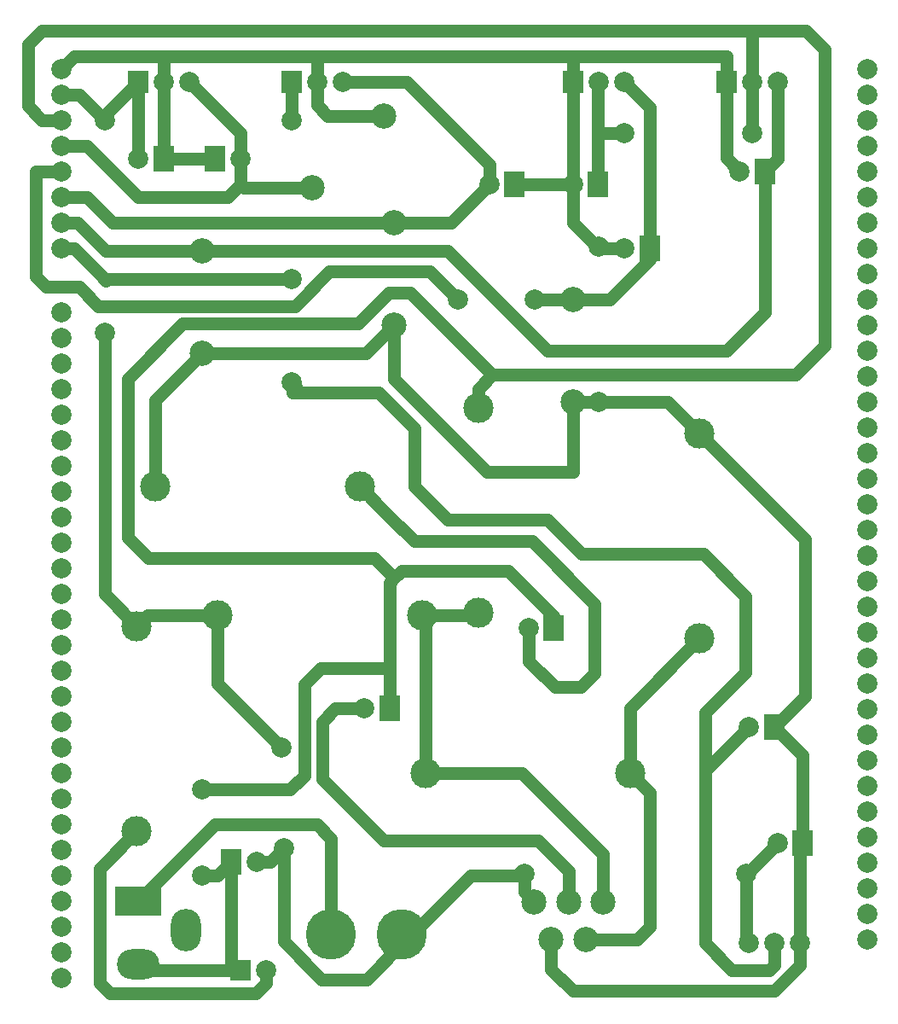
<source format=gbr>
%TF.GenerationSoftware,KiCad,Pcbnew,7.0.5-4d25ed1034~172~ubuntu22.04.1*%
%TF.CreationDate,2023-06-22T18:41:57-03:00*%
%TF.ProjectId,Fonte_tensao_LM675_v03,466f6e74-655f-4746-956e-73616f5f4c4d,v03*%
%TF.SameCoordinates,Original*%
%TF.FileFunction,Copper,L2,Bot*%
%TF.FilePolarity,Positive*%
%FSLAX46Y46*%
G04 Gerber Fmt 4.6, Leading zero omitted, Abs format (unit mm)*
G04 Created by KiCad (PCBNEW 7.0.5-4d25ed1034~172~ubuntu22.04.1) date 2023-06-22 18:41:57*
%MOMM*%
%LPD*%
G01*
G04 APERTURE LIST*
%TA.AperFunction,ComponentPad*%
%ADD10R,4.600000X3.000000*%
%TD*%
%TA.AperFunction,ComponentPad*%
%ADD11O,4.200000X3.000000*%
%TD*%
%TA.AperFunction,ComponentPad*%
%ADD12O,3.000000X4.200000*%
%TD*%
%TA.AperFunction,ComponentPad*%
%ADD13C,2.500000*%
%TD*%
%TA.AperFunction,ComponentPad*%
%ADD14C,2.000000*%
%TD*%
%TA.AperFunction,ComponentPad*%
%ADD15R,2.000000X2.500000*%
%TD*%
%TA.AperFunction,ComponentPad*%
%ADD16C,3.000000*%
%TD*%
%TA.AperFunction,ComponentPad*%
%ADD17R,2.000000X2.300000*%
%TD*%
%TA.AperFunction,ComponentPad*%
%ADD18R,2.000000X2.100000*%
%TD*%
%TA.AperFunction,ViaPad*%
%ADD19C,5.000000*%
%TD*%
%TA.AperFunction,ViaPad*%
%ADD20C,2.000000*%
%TD*%
%TA.AperFunction,Conductor*%
%ADD21C,1.270000*%
%TD*%
G04 APERTURE END LIST*
D10*
%TO.P,J1,1*%
%TO.N,Net-(J1-Pad1)*%
X114300000Y-139700000D03*
D11*
%TO.P,J1,2*%
%TO.N,GND*%
X114300000Y-146000000D03*
D12*
%TO.P,J1,3*%
%TO.N,N/C*%
X119100000Y-142600000D03*
%TD*%
D13*
%TO.P,U3,1,+*%
%TO.N,Net-(U3-+)*%
X160450000Y-139800000D03*
%TO.P,U3,2,-*%
%TO.N,Net-(U3--)*%
X158750000Y-143500000D03*
%TO.P,U3,3,V-*%
%TO.N,Net-(U3-V-)*%
X157050000Y-139800000D03*
%TO.P,U3,4*%
%TO.N,Earth*%
X155350000Y-143500000D03*
%TO.P,U3,5,V+*%
%TO.N,VCC*%
X153650000Y-139800000D03*
%TD*%
D14*
%TO.P,C2,1*%
%TO.N,Earth*%
X157480000Y-68580000D03*
D15*
%TO.P,C2,2*%
%TO.N,GND*%
X159980000Y-68580000D03*
%TD*%
D14*
%TO.P,C6,1*%
%TO.N,Net-(U3-V-)*%
X136800000Y-120600000D03*
D15*
%TO.P,C6,2*%
%TO.N,GND*%
X139300000Y-120600000D03*
%TD*%
D16*
%TO.P,R1,1*%
%TO.N,VCC*%
X114200000Y-112440000D03*
%TO.P,R1,2*%
%TO.N,Net-(D5-A)*%
X114200000Y-132760000D03*
%TD*%
D13*
%TO.P,D2,1,K*%
%TO.N,Earth*%
X157480000Y-90170000D03*
%TO.P,D2,2,A*%
%TO.N,-9V*%
X157480000Y-80010000D03*
%TD*%
D17*
%TO.P,U1,1,IN*%
%TO.N,VCC*%
X114300000Y-58420000D03*
D14*
%TO.P,U1,2,GND*%
%TO.N,Earth*%
X116840000Y-58420000D03*
%TO.P,U1,3,OUT*%
%TO.N,+9V*%
X119380000Y-58420000D03*
%TD*%
D13*
%TO.P,D4,1,K*%
%TO.N,Earth*%
X120650000Y-85344000D03*
%TO.P,D4,2,A*%
%TO.N,-5V*%
X120650000Y-75184000D03*
%TD*%
D14*
%TO.P,C10,1*%
%TO.N,VCC*%
X177800000Y-133985000D03*
D15*
%TO.P,C10,2*%
%TO.N,Earth*%
X180300000Y-133985000D03*
%TD*%
D14*
%TO.P,J3,1,Pin_1*%
%TO.N,SINC*%
X186690000Y-57150000D03*
%TO.P,J3,2,Pin_2*%
%TO.N,SPI_COPI*%
X186690000Y-59690000D03*
%TO.P,J3,3,Pin_3*%
%TO.N,SPI_CIPO*%
X186690000Y-62230000D03*
%TO.P,J3,4,Pin_4*%
%TO.N,SPI_clk*%
X186690000Y-64770000D03*
%TO.P,J3,5,Pin_5*%
%TO.N,CS (AD9833)*%
X186690000Y-67310000D03*
%TO.P,J3,6,Pin_6*%
%TO.N,CS (X9c10x)*%
X186690000Y-69850000D03*
%TO.P,J3,7,Pin_7*%
%TO.N,unconnected-(J3-Pin_7-Pad7)*%
X186690000Y-72390000D03*
%TO.P,J3,8,Pin_8*%
%TO.N,unconnected-(J3-Pin_8-Pad8)*%
X186690000Y-74930000D03*
%TO.P,J3,9,Pin_9*%
%TO.N,unconnected-(J3-Pin_9-Pad9)*%
X186690000Y-77470000D03*
%TO.P,J3,10,Pin_10*%
%TO.N,unconnected-(J3-Pin_10-Pad10)*%
X186690000Y-80010000D03*
%TO.P,J3,11,Pin_11*%
%TO.N,unconnected-(J3-Pin_11-Pad11)*%
X186690000Y-82550000D03*
%TO.P,J3,12,Pin_12*%
%TO.N,unconnected-(J3-Pin_12-Pad12)*%
X186690000Y-85090000D03*
%TO.P,J3,13,Pin_13*%
%TO.N,unconnected-(J3-Pin_13-Pad13)*%
X186690000Y-87630000D03*
%TO.P,J3,14,Pin_14*%
%TO.N,unconnected-(J3-Pin_14-Pad14)*%
X186690000Y-90170000D03*
%TO.P,J3,15,Pin_15*%
%TO.N,unconnected-(J3-Pin_15-Pad15)*%
X186690000Y-92710000D03*
%TO.P,J3,16,Pin_16*%
%TO.N,unconnected-(J3-Pin_16-Pad16)*%
X186690000Y-95250000D03*
%TO.P,J3,17,Pin_17*%
%TO.N,unconnected-(J3-Pin_17-Pad17)*%
X186690000Y-97790000D03*
%TO.P,J3,18,Pin_18*%
%TO.N,unconnected-(J3-Pin_18-Pad18)*%
X186690000Y-100330000D03*
%TO.P,J3,19,Pin_19*%
%TO.N,unconnected-(J3-Pin_19-Pad19)*%
X186690000Y-102870000D03*
%TO.P,J3,20,Pin_20*%
%TO.N,unconnected-(J3-Pin_20-Pad20)*%
X186690000Y-105410000D03*
%TO.P,J3,21,Pin_21*%
%TO.N,unconnected-(J3-Pin_21-Pad21)*%
X186690000Y-107950000D03*
%TO.P,J3,22,Pin_22*%
%TO.N,unconnected-(J3-Pin_22-Pad22)*%
X186690000Y-110490000D03*
%TO.P,J3,23,Pin_23*%
%TO.N,unconnected-(J3-Pin_23-Pad23)*%
X186690000Y-113030000D03*
%TO.P,J3,24,Pin_24*%
%TO.N,unconnected-(J3-Pin_24-Pad24)*%
X186690000Y-115570000D03*
%TO.P,J3,25,Pin_25*%
%TO.N,unconnected-(J3-Pin_25-Pad25)*%
X186690000Y-118110000D03*
%TO.P,J3,26,Pin_26*%
%TO.N,unconnected-(J3-Pin_26-Pad26)*%
X186690000Y-120650000D03*
%TO.P,J3,27,Pin_27*%
%TO.N,unconnected-(J3-Pin_27-Pad27)*%
X186690000Y-123190000D03*
%TO.P,J3,28,Pin_28*%
%TO.N,unconnected-(J3-Pin_28-Pad28)*%
X186690000Y-125730000D03*
%TO.P,J3,29,Pin_29*%
%TO.N,unconnected-(J3-Pin_29-Pad29)*%
X186690000Y-128270000D03*
%TO.P,J3,30,Pin_30*%
%TO.N,SCL3*%
X186690000Y-130810000D03*
%TO.P,J3,31,Pin_31*%
%TO.N,SDA3*%
X186690000Y-133350000D03*
%TO.P,J3,32,Pin_32*%
%TO.N,SCL2*%
X186690000Y-135890000D03*
%TO.P,J3,33,Pin_33*%
%TO.N,SDA2*%
X186690000Y-138430000D03*
%TO.P,J3,34,Pin_34*%
%TO.N,SCL1*%
X186690000Y-140970000D03*
%TO.P,J3,35,Pin_35*%
%TO.N,SDA1*%
X186690000Y-143510000D03*
%TD*%
D16*
%TO.P,R4,1*%
%TO.N,Net-(U3-+)*%
X142840000Y-127000000D03*
%TO.P,R4,2*%
%TO.N,Net-(U3--)*%
X163160000Y-127000000D03*
%TD*%
D14*
%TO.P,U6,1,GND*%
%TO.N,Earth*%
X180031112Y-143855000D03*
%TO.P,U6,2,VO*%
%TO.N,+3.3V*%
X177491112Y-143855000D03*
%TO.P,U6,3,VI*%
%TO.N,VCC*%
X174951112Y-143855000D03*
%TD*%
%TO.P,C9,1*%
%TO.N,Earth*%
X174030000Y-67310000D03*
D15*
%TO.P,C9,2*%
%TO.N,-5V*%
X176530000Y-67310000D03*
%TD*%
D16*
%TO.P,R5,1*%
%TO.N,Net-(U3--)*%
X170053000Y-113665000D03*
%TO.P,R5,2*%
%TO.N,Earth*%
X170053000Y-93345000D03*
%TD*%
D17*
%TO.P,U2,1,GND*%
%TO.N,Earth*%
X157480000Y-58420000D03*
D14*
%TO.P,U2,2,VI*%
%TO.N,GND*%
X160020000Y-58420000D03*
%TO.P,U2,3,VO*%
%TO.N,-9V*%
X162560000Y-58420000D03*
%TD*%
%TO.P,C8,1*%
%TO.N,+5V*%
X149194888Y-68580000D03*
D15*
%TO.P,C8,2*%
%TO.N,Earth*%
X151694888Y-68580000D03*
%TD*%
D14*
%TO.P,J4,1,Pin_1*%
%TO.N,Earth*%
X106680000Y-57150000D03*
%TO.P,J4,2,Pin_2*%
%TO.N,VCC*%
X106680000Y-59690000D03*
%TO.P,J4,3,Pin_3*%
%TO.N,GND*%
X106680000Y-62230000D03*
%TO.P,J4,4,Pin_4*%
%TO.N,+9V*%
X106680000Y-64770000D03*
%TO.P,J4,5,Pin_5*%
%TO.N,-9V*%
X106680000Y-67310000D03*
%TO.P,J4,6,Pin_6*%
%TO.N,+5V*%
X106680000Y-69850000D03*
%TO.P,J4,7,Pin_7*%
%TO.N,-5V*%
X106680000Y-72390000D03*
%TO.P,J4,8,Pin_8*%
%TO.N,+3.3V*%
X106680000Y-74930000D03*
%TD*%
%TO.P,J2,1,Pin_1*%
%TO.N,unconnected-(J2-Pin_1-Pad1)*%
X106680000Y-81280000D03*
%TO.P,J2,2,Pin_2*%
%TO.N,unconnected-(J2-Pin_2-Pad2)*%
X106680000Y-83820000D03*
%TO.P,J2,3,Pin_3*%
%TO.N,unconnected-(J2-Pin_3-Pad3)*%
X106680000Y-86360000D03*
%TO.P,J2,4,Pin_4*%
%TO.N,unconnected-(J2-Pin_4-Pad4)*%
X106680000Y-88900000D03*
%TO.P,J2,5,Pin_5*%
%TO.N,unconnected-(J2-Pin_5-Pad5)*%
X106680000Y-91440000D03*
%TO.P,J2,6,Pin_6*%
%TO.N,unconnected-(J2-Pin_6-Pad6)*%
X106680000Y-93980000D03*
%TO.P,J2,7,Pin_7*%
%TO.N,unconnected-(J2-Pin_7-Pad7)*%
X106680000Y-96520000D03*
%TO.P,J2,8,Pin_8*%
%TO.N,unconnected-(J2-Pin_8-Pad8)*%
X106680000Y-99060000D03*
%TO.P,J2,9,Pin_9*%
%TO.N,unconnected-(J2-Pin_9-Pad9)*%
X106680000Y-101600000D03*
%TO.P,J2,10,Pin_10*%
%TO.N,unconnected-(J2-Pin_10-Pad10)*%
X106680000Y-104140000D03*
%TO.P,J2,11,Pin_11*%
%TO.N,unconnected-(J2-Pin_11-Pad11)*%
X106680000Y-106680000D03*
%TO.P,J2,12,Pin_12*%
%TO.N,unconnected-(J2-Pin_12-Pad12)*%
X106680000Y-109220000D03*
%TO.P,J2,13,Pin_13*%
%TO.N,unconnected-(J2-Pin_13-Pad13)*%
X106680000Y-111760000D03*
%TO.P,J2,14,Pin_14*%
%TO.N,unconnected-(J2-Pin_14-Pad14)*%
X106680000Y-114300000D03*
%TO.P,J2,15,Pin_15*%
%TO.N,unconnected-(J2-Pin_15-Pad15)*%
X106680000Y-116840000D03*
%TO.P,J2,16,Pin_16*%
%TO.N,unconnected-(J2-Pin_16-Pad16)*%
X106680000Y-119380000D03*
%TO.P,J2,17,Pin_17*%
%TO.N,unconnected-(J2-Pin_17-Pad17)*%
X106680000Y-121920000D03*
%TO.P,J2,18,Pin_18*%
%TO.N,unconnected-(J2-Pin_18-Pad18)*%
X106680000Y-124460000D03*
%TO.P,J2,19,Pin_19*%
%TO.N,unconnected-(J2-Pin_19-Pad19)*%
X106680000Y-127000000D03*
%TO.P,J2,20,Pin_20*%
%TO.N,I1*%
X106680000Y-129540000D03*
%TO.P,J2,21,Pin_21*%
%TO.N,I2*%
X106680000Y-132080000D03*
%TO.P,J2,22,Pin_22*%
%TO.N,Ampl1*%
X106680000Y-134620000D03*
%TO.P,J2,23,Pin_23*%
%TO.N,Ampl2*%
X106680000Y-137160000D03*
%TO.P,J2,24,Pin_24*%
%TO.N,Sin1*%
X106680000Y-139700000D03*
%TO.P,J2,25,Pin_25*%
%TO.N,Sin2*%
X106680000Y-142240000D03*
%TO.P,J2,26,Pin_26*%
%TO.N,SinA*%
X106680000Y-144780000D03*
%TO.P,J2,27,Pin_27*%
%TO.N,SinB*%
X106680000Y-147320000D03*
%TD*%
D16*
%TO.P,R2,1*%
%TO.N,VCC*%
X122174000Y-111379000D03*
%TO.P,R2,2*%
%TO.N,Net-(U3-+)*%
X142494000Y-111379000D03*
%TD*%
D17*
%TO.P,U4,1,IN*%
%TO.N,VCC*%
X129540000Y-58420000D03*
D14*
%TO.P,U4,2,GND*%
%TO.N,Earth*%
X132080000Y-58420000D03*
%TO.P,U4,3,OUT*%
%TO.N,+5V*%
X134620000Y-58420000D03*
%TD*%
%TO.P,C5,1*%
%TO.N,Earth*%
X162600000Y-74930000D03*
D15*
%TO.P,C5,2*%
%TO.N,-9V*%
X165100000Y-74930000D03*
%TD*%
D17*
%TO.P,U5,1,GND*%
%TO.N,Earth*%
X172720000Y-58420000D03*
D14*
%TO.P,U5,2,VI*%
%TO.N,GND*%
X175260000Y-58420000D03*
%TO.P,U5,3,VO*%
%TO.N,-5V*%
X177800000Y-58420000D03*
%TD*%
%TO.P,C7,1*%
%TO.N,Net-(C7-Pad1)*%
X153100000Y-112600000D03*
D15*
%TO.P,C7,2*%
%TO.N,GND*%
X155600000Y-112600000D03*
%TD*%
D14*
%TO.P,C1,1*%
%TO.N,VCC*%
X114340000Y-66040000D03*
D15*
%TO.P,C1,2*%
%TO.N,Earth*%
X116840000Y-66040000D03*
%TD*%
D16*
%TO.P,R3,1*%
%TO.N,Net-(U3-+)*%
X148082000Y-111125000D03*
%TO.P,R3,2*%
%TO.N,GND*%
X148082000Y-90805000D03*
%TD*%
D13*
%TO.P,D3,1,K*%
%TO.N,+5V*%
X139700000Y-72390000D03*
%TO.P,D3,2,A*%
%TO.N,Earth*%
X139700000Y-82550000D03*
%TD*%
D14*
%TO.P,C11,1*%
%TO.N,+3.3V*%
X174991112Y-122400000D03*
D15*
%TO.P,C11,2*%
%TO.N,Earth*%
X177491112Y-122400000D03*
%TD*%
D14*
%TO.P,C3,1*%
%TO.N,VCC*%
X126100000Y-135800000D03*
D15*
%TO.P,C3,2*%
%TO.N,GND*%
X123600000Y-135800000D03*
%TD*%
D16*
%TO.P,R6,1*%
%TO.N,Earth*%
X116000000Y-98600000D03*
%TO.P,R6,2*%
%TO.N,Net-(C7-Pad1)*%
X136320000Y-98600000D03*
%TD*%
D14*
%TO.P,C4,1*%
%TO.N,+9V*%
X124460000Y-66040000D03*
D15*
%TO.P,C4,2*%
%TO.N,Earth*%
X121960000Y-66040000D03*
%TD*%
D13*
%TO.P,D1,1,K*%
%TO.N,+9V*%
X131572000Y-68961000D03*
%TO.P,D1,2,A*%
%TO.N,Earth*%
X138756205Y-61776795D03*
%TD*%
D18*
%TO.P,D5,1,K*%
%TO.N,GND*%
X124460000Y-146600000D03*
D14*
%TO.P,D5,2,A*%
%TO.N,Net-(D5-A)*%
X127000000Y-146600000D03*
%TD*%
D19*
%TO.N,VCC*%
X140500000Y-143000000D03*
%TO.N,Net-(J1-Pad1)*%
X133500000Y-143000000D03*
D20*
%TO.N,VCC*%
X110998000Y-62230000D03*
X174687112Y-137033000D03*
X129540000Y-62230000D03*
X152654000Y-137033000D03*
X110998000Y-83312000D03*
X128524000Y-124460000D03*
X128778000Y-134493000D03*
%TO.N,GND*%
X175260000Y-63500000D03*
X162560000Y-63500000D03*
X120650000Y-128651000D03*
X120650000Y-137160000D03*
%TO.N,Earth*%
X160020000Y-74803000D03*
X160020000Y-90170000D03*
%TO.N,-9V*%
X153670000Y-80010000D03*
X146050000Y-80010000D03*
%TO.N,+3.3V*%
X129540000Y-77978000D03*
X129540000Y-88265000D03*
%TD*%
D21*
%TO.N,Net-(J1-Pad1)*%
X133500000Y-133500000D02*
X133500000Y-143000000D01*
%TO.N,VCC*%
X141480000Y-143000000D02*
X147320000Y-137160000D01*
X152527000Y-137160000D02*
X152654000Y-137033000D01*
X140500000Y-143000000D02*
X141480000Y-143000000D01*
X147320000Y-137160000D02*
X152527000Y-137160000D01*
X140500000Y-143000000D02*
X140500000Y-143980000D01*
X140500000Y-143980000D02*
X136995654Y-147484346D01*
X136995654Y-147484346D02*
X132550786Y-147484346D01*
X128778000Y-134493000D02*
X128778000Y-143711560D01*
X128778000Y-143711560D02*
X132550786Y-147484346D01*
%TO.N,Net-(J1-Pad1)*%
X132080000Y-132080000D02*
X133500000Y-133500000D01*
%TO.N,Net-(U3--)*%
X158750000Y-143500000D02*
X163840000Y-143500000D01*
X165100000Y-142240000D02*
X165100000Y-128940000D01*
X163840000Y-143500000D02*
X165100000Y-142240000D01*
X165100000Y-128940000D02*
X163160000Y-127000000D01*
%TO.N,Net-(U3-V-)*%
X136800000Y-120600000D02*
X133908000Y-120600000D01*
X133908000Y-120600000D02*
X132588000Y-121920000D01*
X132588000Y-121920000D02*
X132588000Y-127635000D01*
X132588000Y-127635000D02*
X138684000Y-133731000D01*
X138684000Y-133731000D02*
X154051000Y-133731000D01*
X154051000Y-133731000D02*
X157050000Y-136730000D01*
X157050000Y-136730000D02*
X157050000Y-139800000D01*
%TO.N,Earth*%
X155350000Y-146460000D02*
X155350000Y-143500000D01*
%TO.N,VCC*%
X152654000Y-137033000D02*
X152654000Y-138804000D01*
X152654000Y-138804000D02*
X153650000Y-139800000D01*
%TO.N,Net-(U3-+)*%
X160450000Y-135050000D02*
X152400000Y-127000000D01*
X160450000Y-139800000D02*
X160450000Y-135050000D01*
X152400000Y-127000000D02*
X142840000Y-127000000D01*
%TO.N,Earth*%
X155350000Y-146460000D02*
X157480000Y-148590000D01*
X157480000Y-148590000D02*
X177481112Y-148590000D01*
X177481112Y-148590000D02*
X180031112Y-146040000D01*
X180031112Y-146040000D02*
X180031112Y-143855000D01*
X170053000Y-93345000D02*
X180529112Y-103821112D01*
X180529112Y-103821112D02*
X180529112Y-119362000D01*
X180529112Y-119362000D02*
X177491112Y-122400000D01*
%TO.N,+3.3V*%
X129635250Y-89249250D02*
X138176000Y-89249250D01*
X145034000Y-101854000D02*
X154940000Y-101854000D01*
X138176000Y-89249250D02*
X141732000Y-92805250D01*
X158369000Y-105283000D02*
X170434000Y-105283000D01*
X141732000Y-92805250D02*
X141732000Y-98552000D01*
X170434000Y-105283000D02*
X174625000Y-109474000D01*
X141732000Y-98552000D02*
X145034000Y-101854000D01*
X174625000Y-109474000D02*
X174625000Y-117029112D01*
X154940000Y-101854000D02*
X158369000Y-105283000D01*
X174625000Y-117029112D02*
X170623112Y-121031000D01*
X170623112Y-121031000D02*
X170623112Y-126768000D01*
%TO.N,VCC*%
X110998000Y-83312000D02*
X110998000Y-109238000D01*
X128524000Y-124460000D02*
X122174000Y-118110000D01*
X108458000Y-59690000D02*
X106680000Y-59690000D01*
X122174000Y-111379000D02*
X115261000Y-111379000D01*
X174752000Y-137033000D02*
X177800000Y-133985000D01*
X110998000Y-62230000D02*
X108458000Y-59690000D01*
X174687112Y-143591000D02*
X174951112Y-143855000D01*
X129540000Y-62230000D02*
X129540000Y-58420000D01*
X126100000Y-135800000D02*
X127471000Y-135800000D01*
X174687112Y-137033000D02*
X174752000Y-137033000D01*
X174687112Y-137033000D02*
X174687112Y-143591000D01*
X115261000Y-111379000D02*
X114200000Y-112440000D01*
X114340000Y-66040000D02*
X114340000Y-58460000D01*
X114340000Y-58460000D02*
X114300000Y-58420000D01*
X122174000Y-118110000D02*
X122174000Y-111379000D01*
X110998000Y-62230000D02*
X110998000Y-61722000D01*
X110998000Y-109238000D02*
X114200000Y-112440000D01*
X110998000Y-61722000D02*
X114300000Y-58420000D01*
X127471000Y-135800000D02*
X128778000Y-134493000D01*
%TO.N,GND*%
X122240000Y-137160000D02*
X123600000Y-135800000D01*
X180594000Y-53340000D02*
X182499000Y-55245000D01*
X130810000Y-118237000D02*
X132461000Y-116586000D01*
X120650000Y-137160000D02*
X122240000Y-137160000D01*
X118745000Y-82423000D02*
X136144000Y-82423000D01*
X139300000Y-120600000D02*
X139300000Y-116586000D01*
X151065370Y-106934000D02*
X155600000Y-111468630D01*
X140462000Y-106934000D02*
X151065370Y-106934000D01*
X175260000Y-63500000D02*
X175260000Y-58420000D01*
X113284000Y-103632000D02*
X113284000Y-87884000D01*
X160020000Y-68540000D02*
X159980000Y-68580000D01*
X114900000Y-146600000D02*
X114300000Y-146000000D01*
X136144000Y-82423000D02*
X139192000Y-79375000D01*
X139300000Y-108096000D02*
X139763500Y-107632500D01*
X159980000Y-58460000D02*
X160020000Y-58420000D01*
X175260000Y-53340000D02*
X175260000Y-58420000D01*
X139192000Y-79375000D02*
X141351000Y-79375000D01*
X113284000Y-87884000D02*
X118745000Y-82423000D01*
X179578000Y-87503000D02*
X182499000Y-84582000D01*
X139763500Y-107632500D02*
X137795000Y-105664000D01*
X182499000Y-84582000D02*
X182499000Y-55245000D01*
X132461000Y-116586000D02*
X139300000Y-116586000D01*
X103378000Y-60833000D02*
X103378000Y-54737000D01*
X175260000Y-53340000D02*
X180594000Y-53340000D01*
X159980000Y-63500000D02*
X159980000Y-58460000D01*
X123600000Y-135800000D02*
X123600000Y-145740000D01*
X104775000Y-62230000D02*
X103378000Y-60833000D01*
X123600000Y-145740000D02*
X124460000Y-146600000D01*
X141351000Y-79375000D02*
X149479000Y-87503000D01*
X130810000Y-127254000D02*
X130810000Y-118237000D01*
X115316000Y-105664000D02*
X113284000Y-103632000D01*
X106680000Y-62230000D02*
X104775000Y-62230000D01*
X139300000Y-116586000D02*
X139300000Y-108096000D01*
X159980000Y-68580000D02*
X159980000Y-63500000D01*
X148082000Y-88900000D02*
X149479000Y-87503000D01*
X137795000Y-105664000D02*
X115316000Y-105664000D01*
X104775000Y-53340000D02*
X175260000Y-53340000D01*
X103378000Y-54737000D02*
X104775000Y-53340000D01*
X139763500Y-107632500D02*
X140462000Y-106934000D01*
X155600000Y-111468630D02*
X155600000Y-112600000D01*
X120650000Y-128651000D02*
X129413000Y-128651000D01*
X124460000Y-146600000D02*
X114900000Y-146600000D01*
X148082000Y-90805000D02*
X148082000Y-88900000D01*
X149479000Y-87503000D02*
X179578000Y-87503000D01*
X129413000Y-128651000D02*
X130810000Y-127254000D01*
X162560000Y-63500000D02*
X159980000Y-63500000D01*
%TO.N,Net-(C7-Pad1)*%
X153416000Y-104013000D02*
X141732000Y-104013000D01*
X139065000Y-101345000D02*
X139065000Y-101346000D01*
X153100000Y-115889000D02*
X155702000Y-118491000D01*
X153100000Y-112600000D02*
X153100000Y-115889000D01*
X159639000Y-117094000D02*
X159639000Y-110236000D01*
X139065000Y-101345000D02*
X136320000Y-98600000D01*
X139065000Y-101346000D02*
X141732000Y-104013000D01*
X155702000Y-118491000D02*
X158242000Y-118491000D01*
X159639000Y-110236000D02*
X153416000Y-104013000D01*
X158242000Y-118491000D02*
X159639000Y-117094000D01*
%TO.N,Earth*%
X157480000Y-72390000D02*
X157480000Y-68580000D01*
X162600000Y-74930000D02*
X160020000Y-74930000D01*
X160020000Y-74930000D02*
X157480000Y-72390000D01*
X132080000Y-55880000D02*
X157480000Y-55880000D01*
X148952000Y-97136000D02*
X139700000Y-87884000D01*
X132080000Y-55880000D02*
X132080000Y-58420000D01*
X136906000Y-85344000D02*
X139700000Y-82550000D01*
X139700000Y-87884000D02*
X139700000Y-82550000D01*
X132080000Y-60706000D02*
X133150795Y-61776795D01*
X116000000Y-89994000D02*
X120650000Y-85344000D01*
X172720000Y-58420000D02*
X172720000Y-66000000D01*
X116840000Y-55880000D02*
X132080000Y-55880000D01*
X160020000Y-90170000D02*
X166878000Y-90170000D01*
X116000000Y-98600000D02*
X116000000Y-89994000D01*
X157480000Y-55880000D02*
X172720000Y-55880000D01*
X106680000Y-57150000D02*
X107950000Y-55880000D01*
X133150795Y-61776795D02*
X138756205Y-61776795D01*
X121960000Y-66040000D02*
X116840000Y-66040000D01*
X166878000Y-90170000D02*
X170053000Y-93345000D01*
X132080000Y-58420000D02*
X132080000Y-60706000D01*
X157480000Y-97136000D02*
X148952000Y-97136000D01*
X107950000Y-55880000D02*
X116840000Y-55880000D01*
X180031112Y-134253888D02*
X180300000Y-133985000D01*
X151694888Y-68580000D02*
X157480000Y-68580000D01*
X157480000Y-58420000D02*
X157480000Y-68580000D01*
X120650000Y-85344000D02*
X136906000Y-85344000D01*
X157480000Y-55880000D02*
X157480000Y-58420000D01*
X180031112Y-143855000D02*
X180031112Y-134253888D01*
X157480000Y-90170000D02*
X157480000Y-97136000D01*
X180300000Y-133985000D02*
X180300000Y-125208888D01*
X172720000Y-66000000D02*
X174030000Y-67310000D01*
X116840000Y-66040000D02*
X116840000Y-58420000D01*
X180300000Y-125208888D02*
X177491112Y-122400000D01*
X116840000Y-55880000D02*
X116840000Y-58420000D01*
X172720000Y-55880000D02*
X172720000Y-58420000D01*
X160020000Y-90170000D02*
X157480000Y-90170000D01*
%TO.N,+9V*%
X106680000Y-64770000D02*
X109220000Y-64770000D01*
X124460000Y-63500000D02*
X124460000Y-66040000D01*
X131572000Y-68961000D02*
X124841000Y-68961000D01*
X119380000Y-58420000D02*
X124460000Y-63500000D01*
X124460000Y-68580000D02*
X124460000Y-66040000D01*
X114300000Y-69850000D02*
X123190000Y-69850000D01*
X123190000Y-69850000D02*
X124460000Y-68580000D01*
X124841000Y-68961000D02*
X124460000Y-68580000D01*
X109220000Y-64770000D02*
X114300000Y-69850000D01*
%TO.N,-9V*%
X108458000Y-78740000D02*
X105156000Y-78740000D01*
X110371000Y-80653000D02*
X108458000Y-78740000D01*
X157480000Y-80010000D02*
X161151370Y-80010000D01*
X104140000Y-77724000D02*
X104140000Y-67310000D01*
X165100000Y-74930000D02*
X165100000Y-60960000D01*
X143256000Y-77216000D02*
X133321346Y-77216000D01*
X165100000Y-60960000D02*
X162560000Y-58420000D01*
X165100000Y-76061370D02*
X165100000Y-74930000D01*
X104140000Y-67310000D02*
X106680000Y-67310000D01*
X153670000Y-80010000D02*
X157480000Y-80010000D01*
X133321346Y-77216000D02*
X129884346Y-80653000D01*
X105156000Y-78740000D02*
X104140000Y-77724000D01*
X129884346Y-80653000D02*
X110371000Y-80653000D01*
X146050000Y-80010000D02*
X143256000Y-77216000D01*
X161151370Y-80010000D02*
X165100000Y-76061370D01*
%TO.N,+5V*%
X142240000Y-72390000D02*
X111760000Y-72390000D01*
X109220000Y-69850000D02*
X106680000Y-69850000D01*
X149194888Y-66644888D02*
X140970000Y-58420000D01*
X149194888Y-68580000D02*
X149194888Y-66644888D01*
X140970000Y-58420000D02*
X134620000Y-58420000D01*
X145384888Y-72390000D02*
X142240000Y-72390000D01*
X139700000Y-72390000D02*
X142240000Y-72390000D01*
X111760000Y-72390000D02*
X109220000Y-69850000D01*
X149194888Y-68580000D02*
X145384888Y-72390000D01*
%TO.N,-5V*%
X172720000Y-85090000D02*
X176530000Y-81280000D01*
X145034000Y-75184000D02*
X146050000Y-76200000D01*
X154940000Y-85090000D02*
X172720000Y-85090000D01*
X177800000Y-58420000D02*
X177800000Y-66040000D01*
X120650000Y-75184000D02*
X111125000Y-75184000D01*
X177800000Y-66040000D02*
X176530000Y-67310000D01*
X120650000Y-75184000D02*
X145034000Y-75184000D01*
X176530000Y-81280000D02*
X176530000Y-67310000D01*
X111125000Y-75184000D02*
X110934500Y-74993500D01*
X146050000Y-76200000D02*
X154940000Y-85090000D01*
X106680000Y-72390000D02*
X108331000Y-72390000D01*
X108331000Y-72390000D02*
X110934500Y-74993500D01*
%TO.N,+3.3V*%
X106680000Y-74930000D02*
X107950000Y-74930000D01*
X110998000Y-77978000D02*
X110617000Y-77597000D01*
X129540000Y-77978000D02*
X110998000Y-77978000D01*
X177491112Y-143855000D02*
X177491112Y-146030000D01*
X129540000Y-88265000D02*
X130111500Y-88836500D01*
X110617000Y-77597000D02*
X111155000Y-78135000D01*
X177491112Y-146030000D02*
X176963112Y-146558000D01*
X173290112Y-146558000D02*
X170623112Y-143891000D01*
X107950000Y-74930000D02*
X110617000Y-77597000D01*
X170623112Y-143891000D02*
X170623112Y-126768000D01*
X176963112Y-146558000D02*
X173290112Y-146558000D01*
X170623112Y-126768000D02*
X174991112Y-122400000D01*
%TO.N,Net-(D5-A)*%
X127000000Y-147872792D02*
X126028792Y-148844000D01*
X110490000Y-136470000D02*
X114200000Y-132760000D01*
X110490000Y-147828000D02*
X110490000Y-136470000D01*
X111506000Y-148844000D02*
X110490000Y-147828000D01*
X126028792Y-148844000D02*
X111506000Y-148844000D01*
X127000000Y-146600000D02*
X127000000Y-147872792D01*
%TO.N,Net-(J1-Pad1)*%
X121920000Y-132080000D02*
X114300000Y-139700000D01*
X132080000Y-132080000D02*
X121920000Y-132080000D01*
%TO.N,Net-(U3-+)*%
X142494000Y-111379000D02*
X147828000Y-111379000D01*
X142840000Y-127000000D02*
X142840000Y-111725000D01*
X142840000Y-111725000D02*
X142494000Y-111379000D01*
X147828000Y-111379000D02*
X148082000Y-111125000D01*
%TO.N,Net-(U3--)*%
X163160000Y-120558000D02*
X170053000Y-113665000D01*
X163160000Y-127000000D02*
X163160000Y-120558000D01*
%TD*%
M02*

</source>
